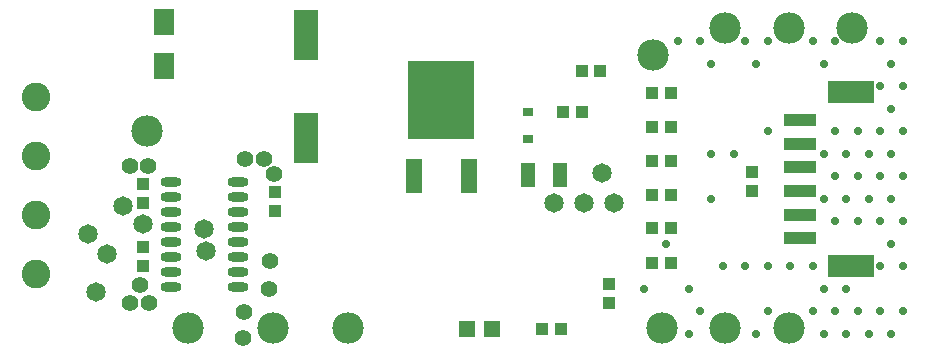
<source format=gts>
G04*
G04 #@! TF.GenerationSoftware,Altium Limited,Altium Designer,19.1.9 (167)*
G04*
G04 Layer_Color=8388736*
%FSAX25Y25*%
%MOIN*%
G70*
G01*
G75*
%ADD28R,0.04437X0.04043*%
%ADD29R,0.04043X0.04437*%
%ADD30R,0.03768X0.02980*%
%ADD31R,0.04700X0.08200*%
%ADD32O,0.06996X0.03059*%
%ADD33R,0.05224X0.05224*%
%ADD34R,0.05421X0.11721*%
%ADD35R,0.22350X0.26091*%
%ADD36R,0.11130X0.04437*%
%ADD37R,0.15461X0.07587*%
%ADD38R,0.06917X0.09084*%
%ADD39R,0.08374X0.16642*%
%ADD40C,0.10500*%
%ADD41C,0.09555*%
%ADD42C,0.06500*%
%ADD43C,0.05500*%
%ADD44C,0.02900*%
D28*
X0213500Y0024150D02*
D03*
Y0017850D02*
D03*
X0261000Y0061500D02*
D03*
Y0055201D02*
D03*
X0102000Y0054850D02*
D03*
Y0048550D02*
D03*
X0058000Y0051101D02*
D03*
Y0057400D02*
D03*
Y0036450D02*
D03*
Y0030150D02*
D03*
D29*
X0210500Y0095000D02*
D03*
X0204201D02*
D03*
X0204299Y0081500D02*
D03*
X0198000D02*
D03*
X0227701Y0053700D02*
D03*
X0234000D02*
D03*
X0197299Y0009000D02*
D03*
X0191000D02*
D03*
X0234000Y0065000D02*
D03*
X0227701D02*
D03*
Y0042600D02*
D03*
X0234000D02*
D03*
X0227701Y0076300D02*
D03*
X0234000D02*
D03*
X0227701Y0087600D02*
D03*
X0234000D02*
D03*
X0227701Y0031100D02*
D03*
X0234000D02*
D03*
D30*
X0186500Y0081279D02*
D03*
Y0072500D02*
D03*
D31*
X0197000Y0060500D02*
D03*
X0186500D02*
D03*
D32*
X0067378Y0058000D02*
D03*
Y0053000D02*
D03*
Y0048000D02*
D03*
Y0043000D02*
D03*
Y0038000D02*
D03*
Y0033000D02*
D03*
Y0028000D02*
D03*
Y0023000D02*
D03*
X0089622Y0058000D02*
D03*
Y0053000D02*
D03*
Y0048000D02*
D03*
Y0043000D02*
D03*
Y0038000D02*
D03*
Y0033000D02*
D03*
Y0028000D02*
D03*
Y0023000D02*
D03*
D33*
X0174268Y0009000D02*
D03*
X0166000D02*
D03*
D34*
X0148315Y0060240D02*
D03*
X0166622D02*
D03*
D35*
X0157468Y0085437D02*
D03*
D36*
X0276870Y0039370D02*
D03*
Y0047244D02*
D03*
Y0055118D02*
D03*
Y0078740D02*
D03*
Y0070866D02*
D03*
Y0062992D02*
D03*
D37*
X0293996Y0087992D02*
D03*
Y0030118D02*
D03*
D38*
X0065000Y0111312D02*
D03*
Y0096688D02*
D03*
D39*
X0112500Y0072874D02*
D03*
Y0107126D02*
D03*
D40*
X0294500Y0109500D02*
D03*
X0273333Y0009500D02*
D03*
X0252167D02*
D03*
X0231000D02*
D03*
X0101400Y0009400D02*
D03*
X0059500Y0075000D02*
D03*
X0073000Y0009500D02*
D03*
X0252167Y0109500D02*
D03*
X0273333D02*
D03*
X0228000Y0100500D02*
D03*
X0126500Y0009500D02*
D03*
D41*
X0022500Y0086583D02*
D03*
Y0066898D02*
D03*
Y0027528D02*
D03*
Y0047213D02*
D03*
D42*
X0079000Y0035200D02*
D03*
X0057900Y0044000D02*
D03*
X0045900Y0034200D02*
D03*
X0195000Y0051000D02*
D03*
X0205000D02*
D03*
X0215000D02*
D03*
X0211000Y0061000D02*
D03*
X0078200Y0042500D02*
D03*
X0042500Y0021400D02*
D03*
X0039600Y0040700D02*
D03*
X0051200Y0050200D02*
D03*
D43*
X0100300Y0031900D02*
D03*
X0091300Y0006000D02*
D03*
X0091800Y0014900D02*
D03*
X0100100Y0022500D02*
D03*
X0057000Y0023900D02*
D03*
X0053700Y0017900D02*
D03*
X0060100D02*
D03*
X0101600Y0060600D02*
D03*
X0092100Y0065700D02*
D03*
X0098200D02*
D03*
X0059600Y0063400D02*
D03*
X0053600Y0063500D02*
D03*
X0293996Y0030118D02*
D03*
Y0087992D02*
D03*
D44*
X0311250Y0105000D02*
D03*
X0307500Y0097500D02*
D03*
X0311250Y0090000D02*
D03*
X0307500Y0082500D02*
D03*
X0311250Y0075000D02*
D03*
X0307500Y0067500D02*
D03*
X0311250Y0060000D02*
D03*
X0307500Y0052500D02*
D03*
X0311250Y0045000D02*
D03*
X0307500Y0037500D02*
D03*
X0311250Y0030000D02*
D03*
Y0015000D02*
D03*
X0307500Y0007500D02*
D03*
X0303750Y0105000D02*
D03*
Y0090000D02*
D03*
Y0075000D02*
D03*
X0300000Y0067500D02*
D03*
X0303750Y0060000D02*
D03*
X0300000Y0052500D02*
D03*
X0303750Y0045000D02*
D03*
Y0030000D02*
D03*
Y0015000D02*
D03*
X0300000Y0007500D02*
D03*
X0296250Y0075000D02*
D03*
X0292500Y0067500D02*
D03*
X0296250Y0060000D02*
D03*
X0292500Y0052500D02*
D03*
X0296250Y0045000D02*
D03*
X0292500Y0022500D02*
D03*
X0296250Y0015000D02*
D03*
X0292500Y0007500D02*
D03*
X0288750Y0105000D02*
D03*
X0285000Y0097500D02*
D03*
X0288750Y0075000D02*
D03*
X0285000Y0067500D02*
D03*
X0288750Y0060000D02*
D03*
X0285000Y0052500D02*
D03*
X0288750Y0045000D02*
D03*
X0285000Y0022500D02*
D03*
X0288750Y0015000D02*
D03*
X0285000Y0007500D02*
D03*
X0281250Y0105000D02*
D03*
Y0030000D02*
D03*
Y0015000D02*
D03*
X0273750Y0030000D02*
D03*
X0266250Y0105000D02*
D03*
X0262500Y0097500D02*
D03*
X0266250Y0075000D02*
D03*
Y0030000D02*
D03*
Y0015000D02*
D03*
X0262500Y0007500D02*
D03*
X0258750Y0105000D02*
D03*
X0255000Y0067500D02*
D03*
X0258750Y0030000D02*
D03*
X0247500Y0097500D02*
D03*
Y0067500D02*
D03*
Y0052500D02*
D03*
X0251250Y0030000D02*
D03*
X0243750Y0105000D02*
D03*
X0240000Y0022500D02*
D03*
X0243750Y0015000D02*
D03*
X0240000Y0007500D02*
D03*
X0236250Y0105000D02*
D03*
X0232500Y0037500D02*
D03*
X0225000Y0022500D02*
D03*
M02*

</source>
